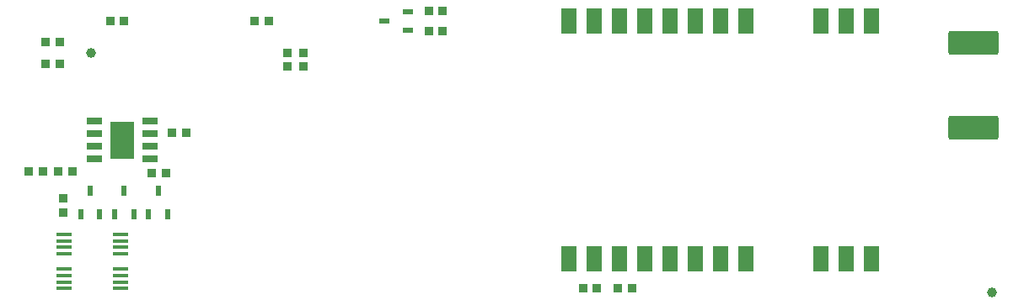
<source format=gbr>
G04*
G04 #@! TF.GenerationSoftware,Altium Limited,Altium Designer,25.8.1 (18)*
G04*
G04 Layer_Color=128*
%FSLAX44Y44*%
%MOMM*%
G71*
G04*
G04 #@! TF.SameCoordinates,845D26C6-CDDF-46F2-9304-2575DF004011*
G04*
G04*
G04 #@! TF.FilePolarity,Positive*
G04*
G01*
G75*
%ADD18R,0.8500X0.8500*%
%ADD19R,0.8500X0.8500*%
%ADD20R,1.0000X0.6000*%
G04:AMPARAMS|DCode=25|XSize=5.08mm|YSize=2.42mm|CornerRadius=0.3025mm|HoleSize=0mm|Usage=FLASHONLY|Rotation=180.000|XOffset=0mm|YOffset=0mm|HoleType=Round|Shape=RoundedRectangle|*
%AMROUNDEDRECTD25*
21,1,5.0800,1.8150,0,0,180.0*
21,1,4.4750,2.4200,0,0,180.0*
1,1,0.6050,-2.2375,0.9075*
1,1,0.6050,2.2375,0.9075*
1,1,0.6050,2.2375,-0.9075*
1,1,0.6050,-2.2375,-0.9075*
%
%ADD25ROUNDEDRECTD25*%
%ADD27R,0.6000X1.0000*%
%ADD36C,1.0000*%
G04:AMPARAMS|DCode=103|XSize=1.475mm|YSize=0.4mm|CornerRadius=0.05mm|HoleSize=0mm|Usage=FLASHONLY|Rotation=0.000|XOffset=0mm|YOffset=0mm|HoleType=Round|Shape=RoundedRectangle|*
%AMROUNDEDRECTD103*
21,1,1.4750,0.3000,0,0,0.0*
21,1,1.3750,0.4000,0,0,0.0*
1,1,0.1000,0.6875,-0.1500*
1,1,0.1000,-0.6875,-0.1500*
1,1,0.1000,-0.6875,0.1500*
1,1,0.1000,0.6875,0.1500*
%
%ADD103ROUNDEDRECTD103*%
%ADD104R,2.4100X3.8100*%
G04:AMPARAMS|DCode=105|XSize=1.6mm|YSize=0.6mm|CornerRadius=0.075mm|HoleSize=0mm|Usage=FLASHONLY|Rotation=180.000|XOffset=0mm|YOffset=0mm|HoleType=Round|Shape=RoundedRectangle|*
%AMROUNDEDRECTD105*
21,1,1.6000,0.4500,0,0,180.0*
21,1,1.4500,0.6000,0,0,180.0*
1,1,0.1500,-0.7250,0.2250*
1,1,0.1500,0.7250,0.2250*
1,1,0.1500,0.7250,-0.2250*
1,1,0.1500,-0.7250,-0.2250*
%
%ADD105ROUNDEDRECTD105*%
%ADD106R,1.5000X2.5000*%
D18*
X573000Y21000D02*
D03*
X622000D02*
D03*
X33000Y269000D02*
D03*
Y247000D02*
D03*
X174000Y177000D02*
D03*
X243000Y290000D02*
D03*
X154000Y137000D02*
D03*
X16000Y138000D02*
D03*
X30000D02*
D03*
X432000Y300000D02*
D03*
X418000D02*
D03*
X418000Y280000D02*
D03*
X432000D02*
D03*
X140000Y137000D02*
D03*
X98000Y290000D02*
D03*
X112000D02*
D03*
X257000D02*
D03*
X160000Y177000D02*
D03*
X46000Y138000D02*
D03*
X60000D02*
D03*
X47000Y247000D02*
D03*
Y269000D02*
D03*
X608000Y21000D02*
D03*
X587000D02*
D03*
D19*
X276000Y258000D02*
D03*
X292000Y258000D02*
D03*
X51000Y97000D02*
D03*
Y111000D02*
D03*
X292000Y244000D02*
D03*
X276000Y244000D02*
D03*
D20*
X397000Y299500D02*
D03*
Y280500D02*
D03*
X373000Y290000D02*
D03*
D25*
X965000Y267500D02*
D03*
Y182500D02*
D03*
D27*
X146000Y119000D02*
D03*
X136500Y95000D02*
D03*
X155500D02*
D03*
X78000Y119000D02*
D03*
X68500Y95000D02*
D03*
X87500D02*
D03*
X112000Y119000D02*
D03*
X102500Y95000D02*
D03*
X121500D02*
D03*
D36*
X79000Y258000D02*
D03*
X984000Y16000D02*
D03*
D103*
X108598Y33250D02*
D03*
Y26750D02*
D03*
X108600Y68250D02*
D03*
Y61750D02*
D03*
X51402Y55250D02*
D03*
Y61750D02*
D03*
Y68250D02*
D03*
Y74750D02*
D03*
X108600Y55250D02*
D03*
Y74750D02*
D03*
X51400Y20250D02*
D03*
Y26750D02*
D03*
Y33250D02*
D03*
Y39750D02*
D03*
X108598Y20250D02*
D03*
Y39750D02*
D03*
D104*
X110000Y170000D02*
D03*
D105*
X138000Y163650D02*
D03*
Y189050D02*
D03*
Y176350D02*
D03*
Y150950D02*
D03*
X82000Y189050D02*
D03*
Y176350D02*
D03*
Y163650D02*
D03*
Y150950D02*
D03*
D106*
X558600Y50000D02*
D03*
X837500D02*
D03*
X812100D02*
D03*
Y290000D02*
D03*
X862900D02*
D03*
X558600D02*
D03*
X736400Y50000D02*
D03*
X711000D02*
D03*
X862900D02*
D03*
X584000D02*
D03*
X609400D02*
D03*
X634800D02*
D03*
X685600D02*
D03*
X660200D02*
D03*
Y290000D02*
D03*
X736400D02*
D03*
X711000D02*
D03*
X685600D02*
D03*
X634800D02*
D03*
X609400D02*
D03*
X584000D02*
D03*
X837500D02*
D03*
M02*

</source>
